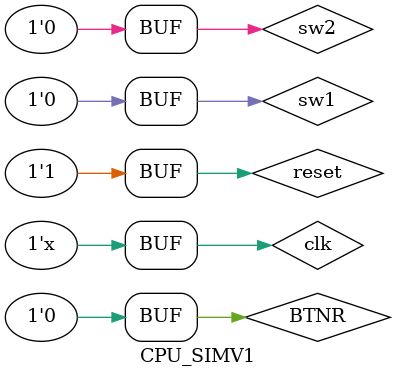
<source format=v>
`timescale 1ns / 1ps


module CPU_SIMV1();

 reg BTNR;
 reg clk;
 reg reset;
 
 reg sw1; 
 reg sw2;

wire [7:0] G;
wire [7:0] discode;

SingleCPU Sim1(clk,BTNR,reset,sw1,sw2,G,discode);

initial begin
BTNR=0;
reset=0;
clk=1;
sw1=0;
sw2=0;

#50
reset=1;
end

always #50
clk=!clk;

endmodule


</source>
